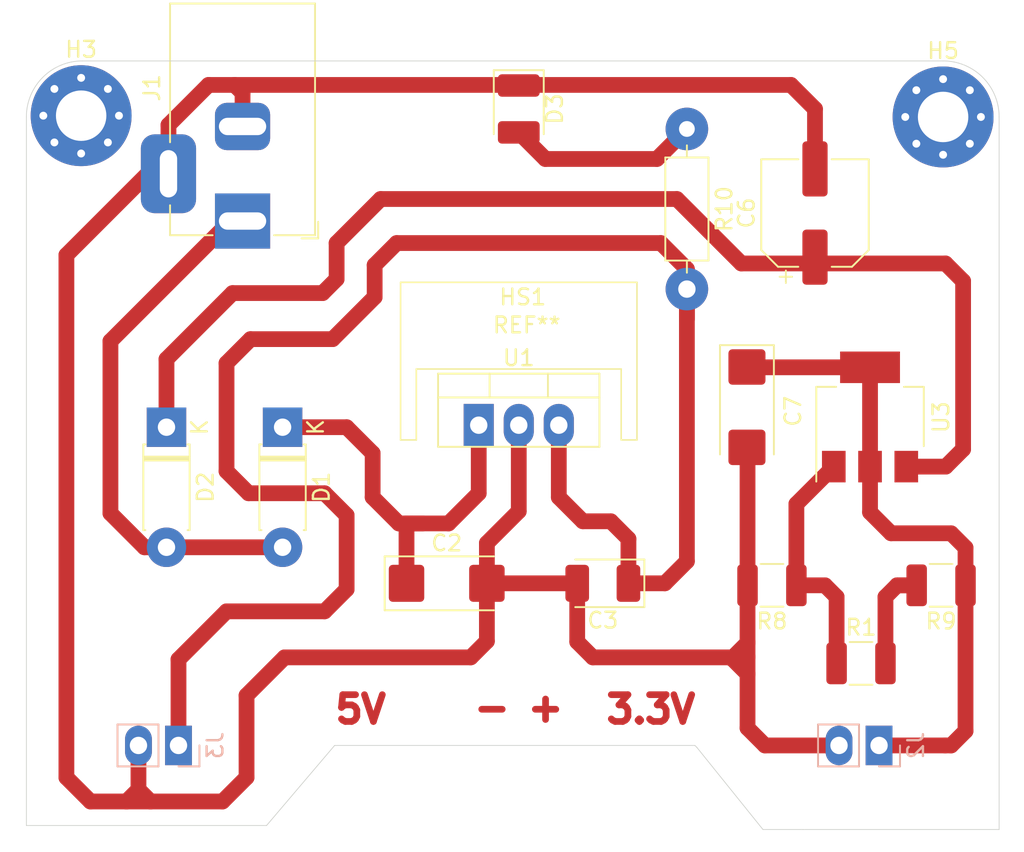
<source format=kicad_pcb>
(kicad_pcb (version 20171130) (host pcbnew "(5.1.10)-1")

  (general
    (thickness 1.6)
    (drawings 15)
    (tracks 133)
    (zones 0)
    (modules 19)
    (nets 10)
  )

  (page A4)
  (layers
    (0 F.Cu signal)
    (31 B.Cu signal)
    (32 B.Adhes user)
    (33 F.Adhes user)
    (34 B.Paste user)
    (35 F.Paste user)
    (36 B.SilkS user)
    (37 F.SilkS user)
    (38 B.Mask user)
    (39 F.Mask user)
    (40 Dwgs.User user)
    (41 Cmts.User user)
    (42 Eco1.User user)
    (43 Eco2.User user)
    (44 Edge.Cuts user)
    (45 Margin user)
    (46 B.CrtYd user)
    (47 F.CrtYd user)
    (48 B.Fab user)
    (49 F.Fab user)
  )

  (setup
    (last_trace_width 1)
    (user_trace_width 1)
    (user_trace_width 1.4)
    (trace_clearance 0.2)
    (zone_clearance 0.508)
    (zone_45_only no)
    (trace_min 0.2)
    (via_size 0.8)
    (via_drill 0.4)
    (via_min_size 0.4)
    (via_min_drill 0.3)
    (uvia_size 0.3)
    (uvia_drill 0.1)
    (uvias_allowed no)
    (uvia_min_size 0.2)
    (uvia_min_drill 0.1)
    (edge_width 0.05)
    (segment_width 0.2)
    (pcb_text_width 0.3)
    (pcb_text_size 1.5 1.5)
    (mod_edge_width 0.12)
    (mod_text_size 1 1)
    (mod_text_width 0.15)
    (pad_size 5 3.5)
    (pad_drill 3)
    (pad_to_mask_clearance 0)
    (aux_axis_origin 0 0)
    (visible_elements 7FFFFFFF)
    (pcbplotparams
      (layerselection 0x010fc_ffffffff)
      (usegerberextensions false)
      (usegerberattributes true)
      (usegerberadvancedattributes true)
      (creategerberjobfile true)
      (excludeedgelayer false)
      (linewidth 0.100000)
      (plotframeref false)
      (viasonmask false)
      (mode 1)
      (useauxorigin false)
      (hpglpennumber 1)
      (hpglpenspeed 20)
      (hpglpendiameter 15.000000)
      (psnegative false)
      (psa4output false)
      (plotreference true)
      (plotvalue true)
      (plotinvisibletext false)
      (padsonsilk false)
      (subtractmaskfromsilk false)
      (outputformat 4)
      (mirror true)
      (drillshape 2)
      (scaleselection 1)
      (outputdirectory "PDF/"))
  )

  (net 0 "")
  (net 1 GND)
  (net 2 "Net-(C2-Pad1)")
  (net 3 +5V)
  (net 4 "Net-(C6-Pad1)")
  (net 5 +3V3)
  (net 6 +12V)
  (net 7 "Net-(D3-Pad2)")
  (net 8 "Net-(R1-Pad2)")
  (net 9 "Net-(R1-Pad1)")

  (net_class Default "This is the default net class."
    (clearance 0.2)
    (trace_width 0.25)
    (via_dia 0.8)
    (via_drill 0.4)
    (uvia_dia 0.3)
    (uvia_drill 0.1)
    (add_net +12V)
    (add_net +3V3)
    (add_net +5V)
    (add_net GND)
    (add_net "Net-(C2-Pad1)")
    (add_net "Net-(C6-Pad1)")
    (add_net "Net-(D3-Pad2)")
    (add_net "Net-(R1-Pad1)")
    (add_net "Net-(R1-Pad2)")
  )

  (module Capacitor_SMD:CP_Elec_6.3x5.2 (layer F.Cu) (tedit 5BCA39D0) (tstamp 62731460)
    (at 160.02 66.04 90)
    (descr "SMD capacitor, aluminum electrolytic, United Chemi-Con, 6.3x5.2mm")
    (tags "capacitor electrolytic")
    (path /6211C202)
    (attr smd)
    (fp_text reference C6 (at 0 -4.35 90) (layer F.SilkS)
      (effects (font (size 1 1) (thickness 0.15)))
    )
    (fp_text value 33uF (at 0 4.35 90) (layer F.Fab)
      (effects (font (size 1 1) (thickness 0.15)))
    )
    (fp_text user %R (at 0 0 90) (layer F.Fab)
      (effects (font (size 1 1) (thickness 0.15)))
    )
    (fp_circle (center 0 0) (end 3.15 0) (layer F.Fab) (width 0.1))
    (fp_line (start 3.3 -3.3) (end 3.3 3.3) (layer F.Fab) (width 0.1))
    (fp_line (start -2.3 -3.3) (end 3.3 -3.3) (layer F.Fab) (width 0.1))
    (fp_line (start -2.3 3.3) (end 3.3 3.3) (layer F.Fab) (width 0.1))
    (fp_line (start -3.3 -2.3) (end -3.3 2.3) (layer F.Fab) (width 0.1))
    (fp_line (start -3.3 -2.3) (end -2.3 -3.3) (layer F.Fab) (width 0.1))
    (fp_line (start -3.3 2.3) (end -2.3 3.3) (layer F.Fab) (width 0.1))
    (fp_line (start -2.704838 -1.33) (end -2.074838 -1.33) (layer F.Fab) (width 0.1))
    (fp_line (start -2.389838 -1.645) (end -2.389838 -1.015) (layer F.Fab) (width 0.1))
    (fp_line (start 3.41 3.41) (end 3.41 1.06) (layer F.SilkS) (width 0.12))
    (fp_line (start 3.41 -3.41) (end 3.41 -1.06) (layer F.SilkS) (width 0.12))
    (fp_line (start -2.345563 -3.41) (end 3.41 -3.41) (layer F.SilkS) (width 0.12))
    (fp_line (start -2.345563 3.41) (end 3.41 3.41) (layer F.SilkS) (width 0.12))
    (fp_line (start -3.41 2.345563) (end -3.41 1.06) (layer F.SilkS) (width 0.12))
    (fp_line (start -3.41 -2.345563) (end -3.41 -1.06) (layer F.SilkS) (width 0.12))
    (fp_line (start -3.41 -2.345563) (end -2.345563 -3.41) (layer F.SilkS) (width 0.12))
    (fp_line (start -3.41 2.345563) (end -2.345563 3.41) (layer F.SilkS) (width 0.12))
    (fp_line (start -4.4375 -1.8475) (end -3.65 -1.8475) (layer F.SilkS) (width 0.12))
    (fp_line (start -4.04375 -2.24125) (end -4.04375 -1.45375) (layer F.SilkS) (width 0.12))
    (fp_line (start 3.55 -3.55) (end 3.55 -1.05) (layer F.CrtYd) (width 0.05))
    (fp_line (start 3.55 -1.05) (end 4.8 -1.05) (layer F.CrtYd) (width 0.05))
    (fp_line (start 4.8 -1.05) (end 4.8 1.05) (layer F.CrtYd) (width 0.05))
    (fp_line (start 4.8 1.05) (end 3.55 1.05) (layer F.CrtYd) (width 0.05))
    (fp_line (start 3.55 1.05) (end 3.55 3.55) (layer F.CrtYd) (width 0.05))
    (fp_line (start -2.4 3.55) (end 3.55 3.55) (layer F.CrtYd) (width 0.05))
    (fp_line (start -2.4 -3.55) (end 3.55 -3.55) (layer F.CrtYd) (width 0.05))
    (fp_line (start -3.55 2.4) (end -2.4 3.55) (layer F.CrtYd) (width 0.05))
    (fp_line (start -3.55 -2.4) (end -2.4 -3.55) (layer F.CrtYd) (width 0.05))
    (fp_line (start -3.55 -2.4) (end -3.55 -1.05) (layer F.CrtYd) (width 0.05))
    (fp_line (start -3.55 1.05) (end -3.55 2.4) (layer F.CrtYd) (width 0.05))
    (fp_line (start -3.55 -1.05) (end -4.8 -1.05) (layer F.CrtYd) (width 0.05))
    (fp_line (start -4.8 -1.05) (end -4.8 1.05) (layer F.CrtYd) (width 0.05))
    (fp_line (start -4.8 1.05) (end -3.55 1.05) (layer F.CrtYd) (width 0.05))
    (pad 2 smd roundrect (at 2.8 0 90) (size 3.5 1.6) (layers F.Cu F.Paste F.Mask) (roundrect_rratio 0.15625)
      (net 1 GND))
    (pad 1 smd roundrect (at -2.8 0 90) (size 3.5 1.6) (layers F.Cu F.Paste F.Mask) (roundrect_rratio 0.15625)
      (net 4 "Net-(C6-Pad1)"))
    (model ${KISYS3DMOD}/Capacitor_SMD.3dshapes/CP_Elec_6.3x5.2.wrl
      (at (xyz 0 0 0))
      (scale (xyz 1 1 1))
      (rotate (xyz 0 0 0))
    )
  )

  (module Connector_BarrelJack:BarrelJack_Horizontal (layer F.Cu) (tedit 62AF10B6) (tstamp 62732A6A)
    (at 123.698 66.548 270)
    (descr "DC Barrel Jack")
    (tags "Power Jack")
    (path /62767197)
    (fp_text reference J1 (at -8.45 5.75 90) (layer F.SilkS)
      (effects (font (size 1 1) (thickness 0.15)))
    )
    (fp_text value Barrel_Jack_Switch (at -6.2 -5.5 90) (layer F.Fab)
      (effects (font (size 1 1) (thickness 0.15)))
    )
    (fp_line (start 0 -4.5) (end -13.7 -4.5) (layer F.Fab) (width 0.1))
    (fp_line (start 0.8 4.5) (end 0.8 -3.75) (layer F.Fab) (width 0.1))
    (fp_line (start -13.7 4.5) (end 0.8 4.5) (layer F.Fab) (width 0.1))
    (fp_line (start -13.7 -4.5) (end -13.7 4.5) (layer F.Fab) (width 0.1))
    (fp_line (start -10.2 -4.5) (end -10.2 4.5) (layer F.Fab) (width 0.1))
    (fp_line (start 0.9 -4.6) (end 0.9 -2) (layer F.SilkS) (width 0.12))
    (fp_line (start -13.8 -4.6) (end 0.9 -4.6) (layer F.SilkS) (width 0.12))
    (fp_line (start 0.9 4.6) (end -1 4.6) (layer F.SilkS) (width 0.12))
    (fp_line (start 0.9 1.9) (end 0.9 4.6) (layer F.SilkS) (width 0.12))
    (fp_line (start -13.8 4.6) (end -13.8 -4.6) (layer F.SilkS) (width 0.12))
    (fp_line (start -5 4.6) (end -13.8 4.6) (layer F.SilkS) (width 0.12))
    (fp_line (start -14 4.75) (end -14 -4.75) (layer F.CrtYd) (width 0.05))
    (fp_line (start -5 4.75) (end -14 4.75) (layer F.CrtYd) (width 0.05))
    (fp_line (start -5 6.75) (end -5 4.75) (layer F.CrtYd) (width 0.05))
    (fp_line (start -1 6.75) (end -5 6.75) (layer F.CrtYd) (width 0.05))
    (fp_line (start -1 4.75) (end -1 6.75) (layer F.CrtYd) (width 0.05))
    (fp_line (start 1 4.75) (end -1 4.75) (layer F.CrtYd) (width 0.05))
    (fp_line (start 1 2) (end 1 4.75) (layer F.CrtYd) (width 0.05))
    (fp_line (start 2 2) (end 1 2) (layer F.CrtYd) (width 0.05))
    (fp_line (start 2 -2) (end 2 2) (layer F.CrtYd) (width 0.05))
    (fp_line (start 1 -2) (end 2 -2) (layer F.CrtYd) (width 0.05))
    (fp_line (start 1 -4.5) (end 1 -2) (layer F.CrtYd) (width 0.05))
    (fp_line (start 1 -4.75) (end -14 -4.75) (layer F.CrtYd) (width 0.05))
    (fp_line (start 1 -4.5) (end 1 -4.75) (layer F.CrtYd) (width 0.05))
    (fp_line (start 0.05 -4.8) (end 1.1 -4.8) (layer F.SilkS) (width 0.12))
    (fp_line (start 1.1 -3.75) (end 1.1 -4.8) (layer F.SilkS) (width 0.12))
    (fp_line (start -0.003213 -4.505425) (end 0.8 -3.75) (layer F.Fab) (width 0.1))
    (fp_text user %R (at -3 -2.95 90) (layer F.Fab)
      (effects (font (size 1 1) (thickness 0.15)))
    )
    (pad 3 thru_hole roundrect (at -3 4.7 270) (size 5 3.5) (drill oval 3 1.1) (layers *.Cu *.Mask) (roundrect_rratio 0.25)
      (net 1 GND))
    (pad 2 thru_hole roundrect (at -6 0 270) (size 3 3.5) (drill oval 1.1 3) (layers *.Cu *.Mask) (roundrect_rratio 0.25)
      (net 1 GND))
    (pad 1 thru_hole rect (at 0 0 270) (size 3.5 3.5) (drill oval 1.1 3) (layers *.Cu *.Mask)
      (net 6 +12V))
    (model "${KIPRJMOD}/3D/Power Barrel Connector Jack 694106301002.stp"
      (at (xyz 0 0 0))
      (scale (xyz 1 1 1))
      (rotate (xyz 0 0 90))
    )
  )

  (module Diode_THT:D_DO-41_SOD81_P7.62mm_Horizontal (layer F.Cu) (tedit 62AEF8E0) (tstamp 627314B1)
    (at 118.872 79.629 270)
    (descr "Diode, DO-41_SOD81 series, Axial, Horizontal, pin pitch=7.62mm, , length*diameter=5.2*2.7mm^2, , http://www.diodes.com/_files/packages/DO-41%20(Plastic).pdf")
    (tags "Diode DO-41_SOD81 series Axial Horizontal pin pitch 7.62mm  length 5.2mm diameter 2.7mm")
    (path /6211847F)
    (fp_text reference D2 (at 3.81 -2.47 90) (layer F.SilkS)
      (effects (font (size 1 1) (thickness 0.15)))
    )
    (fp_text value 1N4001 (at 3.81 2.47 90) (layer F.Fab)
      (effects (font (size 1 1) (thickness 0.15)))
    )
    (fp_line (start 1.21 -1.35) (end 1.21 1.35) (layer F.Fab) (width 0.1))
    (fp_line (start 1.21 1.35) (end 6.41 1.35) (layer F.Fab) (width 0.1))
    (fp_line (start 6.41 1.35) (end 6.41 -1.35) (layer F.Fab) (width 0.1))
    (fp_line (start 6.41 -1.35) (end 1.21 -1.35) (layer F.Fab) (width 0.1))
    (fp_line (start 0 0) (end 1.21 0) (layer F.Fab) (width 0.1))
    (fp_line (start 7.62 0) (end 6.41 0) (layer F.Fab) (width 0.1))
    (fp_line (start 1.99 -1.35) (end 1.99 1.35) (layer F.Fab) (width 0.1))
    (fp_line (start 2.09 -1.35) (end 2.09 1.35) (layer F.Fab) (width 0.1))
    (fp_line (start 1.89 -1.35) (end 1.89 1.35) (layer F.Fab) (width 0.1))
    (fp_line (start 1.09 -1.34) (end 1.09 -1.47) (layer F.SilkS) (width 0.12))
    (fp_line (start 1.09 -1.47) (end 6.53 -1.47) (layer F.SilkS) (width 0.12))
    (fp_line (start 6.53 -1.47) (end 6.53 -1.34) (layer F.SilkS) (width 0.12))
    (fp_line (start 1.09 1.34) (end 1.09 1.47) (layer F.SilkS) (width 0.12))
    (fp_line (start 1.09 1.47) (end 6.53 1.47) (layer F.SilkS) (width 0.12))
    (fp_line (start 6.53 1.47) (end 6.53 1.34) (layer F.SilkS) (width 0.12))
    (fp_line (start 1.99 -1.47) (end 1.99 1.47) (layer F.SilkS) (width 0.12))
    (fp_line (start 2.11 -1.47) (end 2.11 1.47) (layer F.SilkS) (width 0.12))
    (fp_line (start 1.87 -1.47) (end 1.87 1.47) (layer F.SilkS) (width 0.12))
    (fp_line (start -1.35 -1.6) (end -1.35 1.6) (layer F.CrtYd) (width 0.05))
    (fp_line (start -1.35 1.6) (end 8.97 1.6) (layer F.CrtYd) (width 0.05))
    (fp_line (start 8.97 1.6) (end 8.97 -1.6) (layer F.CrtYd) (width 0.05))
    (fp_line (start 8.97 -1.6) (end -1.35 -1.6) (layer F.CrtYd) (width 0.05))
    (fp_text user K (at 0 -2.1 90) (layer F.SilkS)
      (effects (font (size 1 1) (thickness 0.15)))
    )
    (fp_text user K (at 0 -2.1 90) (layer F.Fab)
      (effects (font (size 1 1) (thickness 0.15)))
    )
    (fp_text user %R (at 4.2 0 90) (layer F.Fab)
      (effects (font (size 1 1) (thickness 0.15)))
    )
    (pad 2 thru_hole oval (at 7.62 0 270) (size 2.5 2.5) (drill 1.1) (layers *.Cu *.Mask)
      (net 6 +12V))
    (pad 1 thru_hole rect (at 0 0 270) (size 2.5 2.5) (drill 1.1) (layers *.Cu *.Mask)
      (net 4 "Net-(C6-Pad1)"))
    (model ${KISYS3DMOD}/Diode_THT.3dshapes/D_DO-41_SOD81_P7.62mm_Horizontal.wrl
      (at (xyz 0 0 0))
      (scale (xyz 1 1 1))
      (rotate (xyz 0 0 0))
    )
  )

  (module Diode_THT:D_DO-41_SOD81_P7.62mm_Horizontal (layer F.Cu) (tedit 62AEF8F3) (tstamp 62731492)
    (at 126.238 79.629 270)
    (descr "Diode, DO-41_SOD81 series, Axial, Horizontal, pin pitch=7.62mm, , length*diameter=5.2*2.7mm^2, , http://www.diodes.com/_files/packages/DO-41%20(Plastic).pdf")
    (tags "Diode DO-41_SOD81 series Axial Horizontal pin pitch 7.62mm  length 5.2mm diameter 2.7mm")
    (path /62117B0F)
    (fp_text reference D1 (at 3.81 -2.47 90) (layer F.SilkS)
      (effects (font (size 1 1) (thickness 0.15)))
    )
    (fp_text value 1N4001 (at 3.81 2.47 90) (layer F.Fab)
      (effects (font (size 1 1) (thickness 0.15)))
    )
    (fp_line (start 1.21 -1.35) (end 1.21 1.35) (layer F.Fab) (width 0.1))
    (fp_line (start 1.21 1.35) (end 6.41 1.35) (layer F.Fab) (width 0.1))
    (fp_line (start 6.41 1.35) (end 6.41 -1.35) (layer F.Fab) (width 0.1))
    (fp_line (start 6.41 -1.35) (end 1.21 -1.35) (layer F.Fab) (width 0.1))
    (fp_line (start 0 0) (end 1.21 0) (layer F.Fab) (width 0.1))
    (fp_line (start 7.62 0) (end 6.41 0) (layer F.Fab) (width 0.1))
    (fp_line (start 1.99 -1.35) (end 1.99 1.35) (layer F.Fab) (width 0.1))
    (fp_line (start 2.09 -1.35) (end 2.09 1.35) (layer F.Fab) (width 0.1))
    (fp_line (start 1.89 -1.35) (end 1.89 1.35) (layer F.Fab) (width 0.1))
    (fp_line (start 1.09 -1.34) (end 1.09 -1.47) (layer F.SilkS) (width 0.12))
    (fp_line (start 1.09 -1.47) (end 6.53 -1.47) (layer F.SilkS) (width 0.12))
    (fp_line (start 6.53 -1.47) (end 6.53 -1.34) (layer F.SilkS) (width 0.12))
    (fp_line (start 1.09 1.34) (end 1.09 1.47) (layer F.SilkS) (width 0.12))
    (fp_line (start 1.09 1.47) (end 6.53 1.47) (layer F.SilkS) (width 0.12))
    (fp_line (start 6.53 1.47) (end 6.53 1.34) (layer F.SilkS) (width 0.12))
    (fp_line (start 1.99 -1.47) (end 1.99 1.47) (layer F.SilkS) (width 0.12))
    (fp_line (start 2.11 -1.47) (end 2.11 1.47) (layer F.SilkS) (width 0.12))
    (fp_line (start 1.87 -1.47) (end 1.87 1.47) (layer F.SilkS) (width 0.12))
    (fp_line (start -1.35 -1.6) (end -1.35 1.6) (layer F.CrtYd) (width 0.05))
    (fp_line (start -1.35 1.6) (end 8.97 1.6) (layer F.CrtYd) (width 0.05))
    (fp_line (start 8.97 1.6) (end 8.97 -1.6) (layer F.CrtYd) (width 0.05))
    (fp_line (start 8.97 -1.6) (end -1.35 -1.6) (layer F.CrtYd) (width 0.05))
    (fp_text user K (at 0 -2.1 90) (layer F.SilkS)
      (effects (font (size 1 1) (thickness 0.15)))
    )
    (fp_text user K (at 0 -2.1 90) (layer F.Fab)
      (effects (font (size 1 1) (thickness 0.15)))
    )
    (fp_text user %R (at 4.2 0 90) (layer F.Fab)
      (effects (font (size 1 1) (thickness 0.15)))
    )
    (pad 2 thru_hole oval (at 7.62 0 270) (size 2.5 2.5) (drill 1.1) (layers *.Cu *.Mask)
      (net 6 +12V))
    (pad 1 thru_hole rect (at 0 0 270) (size 2.5 2.5) (drill 1.1) (layers *.Cu *.Mask)
      (net 2 "Net-(C2-Pad1)"))
    (model ${KISYS3DMOD}/Diode_THT.3dshapes/D_DO-41_SOD81_P7.62mm_Horizontal.wrl
      (at (xyz 0 0 0))
      (scale (xyz 1 1 1))
      (rotate (xyz 0 0 0))
    )
  )

  (module LED_SMD:LED_1210_3225Metric_Pad1.42x2.65mm_HandSolder (layer F.Cu) (tedit 5F68FEF1) (tstamp 627314C3)
    (at 141.224 59.436 270)
    (descr "LED SMD 1210 (3225 Metric), square (rectangular) end terminal, IPC_7351 nominal, (Body size source: http://www.tortai-tech.com/upload/download/2011102023233369053.pdf), generated with kicad-footprint-generator")
    (tags "LED handsolder")
    (path /6216003E)
    (attr smd)
    (fp_text reference D3 (at 0 -2.28 90) (layer F.SilkS)
      (effects (font (size 1 1) (thickness 0.15)))
    )
    (fp_text value LED (at 0 2.28 90) (layer F.Fab)
      (effects (font (size 1 1) (thickness 0.15)))
    )
    (fp_line (start 1.6 -1.25) (end -0.975 -1.25) (layer F.Fab) (width 0.1))
    (fp_line (start -0.975 -1.25) (end -1.6 -0.625) (layer F.Fab) (width 0.1))
    (fp_line (start -1.6 -0.625) (end -1.6 1.25) (layer F.Fab) (width 0.1))
    (fp_line (start -1.6 1.25) (end 1.6 1.25) (layer F.Fab) (width 0.1))
    (fp_line (start 1.6 1.25) (end 1.6 -1.25) (layer F.Fab) (width 0.1))
    (fp_line (start 1.6 -1.585) (end -2.46 -1.585) (layer F.SilkS) (width 0.12))
    (fp_line (start -2.46 -1.585) (end -2.46 1.585) (layer F.SilkS) (width 0.12))
    (fp_line (start -2.46 1.585) (end 1.6 1.585) (layer F.SilkS) (width 0.12))
    (fp_line (start -2.45 1.58) (end -2.45 -1.58) (layer F.CrtYd) (width 0.05))
    (fp_line (start -2.45 -1.58) (end 2.45 -1.58) (layer F.CrtYd) (width 0.05))
    (fp_line (start 2.45 -1.58) (end 2.45 1.58) (layer F.CrtYd) (width 0.05))
    (fp_line (start 2.45 1.58) (end -2.45 1.58) (layer F.CrtYd) (width 0.05))
    (fp_text user %R (at 0 0 90) (layer F.Fab)
      (effects (font (size 0.8 0.8) (thickness 0.12)))
    )
    (pad 2 smd roundrect (at 1.4875 0 270) (size 1.425 2.65) (layers F.Cu F.Paste F.Mask) (roundrect_rratio 0.1754385964912281)
      (net 7 "Net-(D3-Pad2)"))
    (pad 1 smd roundrect (at -1.4875 0 270) (size 1.425 2.65) (layers F.Cu F.Paste F.Mask) (roundrect_rratio 0.1754385964912281)
      (net 1 GND))
    (model ${KISYS3DMOD}/LED_SMD.3dshapes/LED_1210_3225Metric.wrl
      (at (xyz 0 0 0))
      (scale (xyz 1 1 1))
      (rotate (xyz 0 0 0))
    )
  )

  (module Resistor_SMD:R_1210_3225Metric_Pad1.30x2.65mm_HandSolder (layer F.Cu) (tedit 5F68FEEE) (tstamp 62AEE31C)
    (at 162.941 94.615)
    (descr "Resistor SMD 1210 (3225 Metric), square (rectangular) end terminal, IPC_7351 nominal with elongated pad for handsoldering. (Body size source: IPC-SM-782 page 72, https://www.pcb-3d.com/wordpress/wp-content/uploads/ipc-sm-782a_amendment_1_and_2.pdf), generated with kicad-footprint-generator")
    (tags "resistor handsolder")
    (path /62AF0D25)
    (attr smd)
    (fp_text reference R1 (at 0 -2.28) (layer F.SilkS)
      (effects (font (size 1 1) (thickness 0.15)))
    )
    (fp_text value 100 (at 0 2.28) (layer F.Fab)
      (effects (font (size 1 1) (thickness 0.15)))
    )
    (fp_line (start -1.6 1.245) (end -1.6 -1.245) (layer F.Fab) (width 0.1))
    (fp_line (start -1.6 -1.245) (end 1.6 -1.245) (layer F.Fab) (width 0.1))
    (fp_line (start 1.6 -1.245) (end 1.6 1.245) (layer F.Fab) (width 0.1))
    (fp_line (start 1.6 1.245) (end -1.6 1.245) (layer F.Fab) (width 0.1))
    (fp_line (start -0.723737 -1.355) (end 0.723737 -1.355) (layer F.SilkS) (width 0.12))
    (fp_line (start -0.723737 1.355) (end 0.723737 1.355) (layer F.SilkS) (width 0.12))
    (fp_line (start -2.45 1.58) (end -2.45 -1.58) (layer F.CrtYd) (width 0.05))
    (fp_line (start -2.45 -1.58) (end 2.45 -1.58) (layer F.CrtYd) (width 0.05))
    (fp_line (start 2.45 -1.58) (end 2.45 1.58) (layer F.CrtYd) (width 0.05))
    (fp_line (start 2.45 1.58) (end -2.45 1.58) (layer F.CrtYd) (width 0.05))
    (fp_text user %R (at 0 0) (layer F.Fab)
      (effects (font (size 0.8 0.8) (thickness 0.12)))
    )
    (pad 2 smd roundrect (at 1.55 0) (size 1.3 2.65) (layers F.Cu F.Paste F.Mask) (roundrect_rratio 0.1923069230769231)
      (net 8 "Net-(R1-Pad2)"))
    (pad 1 smd roundrect (at -1.55 0) (size 1.3 2.65) (layers F.Cu F.Paste F.Mask) (roundrect_rratio 0.1923069230769231)
      (net 9 "Net-(R1-Pad1)"))
    (model ${KISYS3DMOD}/Resistor_SMD.3dshapes/R_1210_3225Metric.wrl
      (at (xyz 0 0 0))
      (scale (xyz 1 1 1))
      (rotate (xyz 0 0 0))
    )
  )

  (module TO_SOT_Packages_THT:Heatsink_TO220 (layer F.Cu) (tedit 62AE27E6) (tstamp 62AE305B)
    (at 141.224 75.438)
    (path /62AE3852)
    (fp_text reference HS1 (at 0.254 -4.064) (layer F.SilkS)
      (effects (font (size 1 1) (thickness 0.15)))
    )
    (fp_text value Heatsink (at 0 -6.223) (layer F.Fab)
      (effects (font (size 1 1) (thickness 0.15)))
    )
    (fp_line (start -6.5 0.5) (end 6.5 0.5) (layer F.SilkS) (width 0.1))
    (fp_line (start -6.5 5) (end -6.5 0.5) (layer F.SilkS) (width 0.1))
    (fp_line (start 6.5 5) (end 6.5 0.5) (layer F.SilkS) (width 0.1))
    (fp_line (start 7.5 5) (end 6.5 5) (layer F.SilkS) (width 0.1))
    (fp_line (start -7.5 5) (end -6.5 5) (layer F.SilkS) (width 0.1))
    (fp_line (start 7.5 5) (end 7.5 -5) (layer F.SilkS) (width 0.1))
    (fp_line (start -7.5 5) (end -7.5 -5) (layer F.SilkS) (width 0.1))
    (fp_line (start 7.5 -5) (end -7.5 -5) (layer F.SilkS) (width 0.1))
    (fp_line (start -6.5 0.5) (end 6.5 0.5) (layer F.Fab) (width 0.1))
    (fp_line (start 6.5 5) (end 6.5 0.5) (layer F.Fab) (width 0.1))
    (fp_line (start -6.5 5) (end -6.5 0.5) (layer F.Fab) (width 0.1))
    (fp_line (start -7.5 5) (end -6.5 5) (layer F.Fab) (width 0.1))
    (fp_line (start 7.5 5) (end 6.5 5) (layer F.Fab) (width 0.1))
    (fp_line (start -7.5 5) (end -7.5 -5) (layer F.Fab) (width 0.1))
    (fp_line (start 7.5 -5) (end -7.5 -5) (layer F.Fab) (width 0.1))
    (fp_line (start 7.5 5) (end 7.5 -5) (layer F.Fab) (width 0.1))
    (fp_text user REF** (at 0.508 -2.286) (layer F.SilkS)
      (effects (font (size 1 1) (thickness 0.15)))
    )
    (fp_text user Heatsink_TO220 (at 0 -0.5) (layer F.Fab)
      (effects (font (size 1 1) (thickness 0.15)))
    )
    (model ${KIPRJMOD}/3D/Heatsink-15mmX10mmX25mm.stp
      (offset (xyz -1.5 0 0))
      (scale (xyz 1 1 1))
      (rotate (xyz 0 0 0))
    )
  )

  (module Package_TO_SOT_THT:TO-220-3_Vertical (layer F.Cu) (tedit 62AEF311) (tstamp 627315AA)
    (at 138.684 79.502)
    (descr "TO-220-3, Vertical, RM 2.54mm, see https://www.vishay.com/docs/66542/to-220-1.pdf")
    (tags "TO-220-3 Vertical RM 2.54mm")
    (path /6211626A)
    (fp_text reference U1 (at 2.54 -4.27) (layer F.SilkS)
      (effects (font (size 1 1) (thickness 0.15)))
    )
    (fp_text value LM7805_TO220 (at 2.54 2.5) (layer F.Fab)
      (effects (font (size 1 1) (thickness 0.15)))
    )
    (fp_line (start -2.46 -3.15) (end -2.46 1.25) (layer F.Fab) (width 0.1))
    (fp_line (start -2.46 1.25) (end 7.54 1.25) (layer F.Fab) (width 0.1))
    (fp_line (start 7.54 1.25) (end 7.54 -3.15) (layer F.Fab) (width 0.1))
    (fp_line (start 7.54 -3.15) (end -2.46 -3.15) (layer F.Fab) (width 0.1))
    (fp_line (start -2.46 -1.88) (end 7.54 -1.88) (layer F.Fab) (width 0.1))
    (fp_line (start 0.69 -3.15) (end 0.69 -1.88) (layer F.Fab) (width 0.1))
    (fp_line (start 4.39 -3.15) (end 4.39 -1.88) (layer F.Fab) (width 0.1))
    (fp_line (start -2.58 -3.27) (end 7.66 -3.27) (layer F.SilkS) (width 0.12))
    (fp_line (start -2.58 1.371) (end 7.66 1.371) (layer F.SilkS) (width 0.12))
    (fp_line (start -2.58 -3.27) (end -2.58 1.371) (layer F.SilkS) (width 0.12))
    (fp_line (start 7.66 -3.27) (end 7.66 1.371) (layer F.SilkS) (width 0.12))
    (fp_line (start -2.58 -1.76) (end 7.66 -1.76) (layer F.SilkS) (width 0.12))
    (fp_line (start 0.69 -3.27) (end 0.69 -1.76) (layer F.SilkS) (width 0.12))
    (fp_line (start 4.391 -3.27) (end 4.391 -1.76) (layer F.SilkS) (width 0.12))
    (fp_line (start -2.71 -3.4) (end -2.71 1.51) (layer F.CrtYd) (width 0.05))
    (fp_line (start -2.71 1.51) (end 7.79 1.51) (layer F.CrtYd) (width 0.05))
    (fp_line (start 7.79 1.51) (end 7.79 -3.4) (layer F.CrtYd) (width 0.05))
    (fp_line (start 7.79 -3.4) (end -2.71 -3.4) (layer F.CrtYd) (width 0.05))
    (fp_text user %R (at 2.54 -4.27) (layer F.Fab)
      (effects (font (size 1 1) (thickness 0.15)))
    )
    (pad 3 thru_hole oval (at 5.08 0) (size 1.905 2.7) (drill 1.1) (layers *.Cu *.Mask)
      (net 3 +5V))
    (pad 2 thru_hole oval (at 2.54 0) (size 1.905 2.7) (drill 1.1) (layers *.Cu *.Mask)
      (net 1 GND))
    (pad 1 thru_hole rect (at 0 0) (size 1.905 2.7) (drill 1.1) (layers *.Cu *.Mask)
      (net 2 "Net-(C2-Pad1)"))
    (model ${KISYS3DMOD}/Package_TO_SOT_THT.3dshapes/TO-220-3_Vertical.wrl
      (at (xyz 0 0 0))
      (scale (xyz 1 1 1))
      (rotate (xyz 0 0 0))
    )
  )

  (module Package_TO_SOT_SMD:SOT-223-3_TabPin2 (layer F.Cu) (tedit 5A02FF57) (tstamp 627315C0)
    (at 163.5125 78.9795 90)
    (descr "module CMS SOT223 4 pins")
    (tags "CMS SOT")
    (path /6211748E)
    (attr smd)
    (fp_text reference U3 (at -0.0145 4.5085 90) (layer F.SilkS)
      (effects (font (size 1 1) (thickness 0.15)))
    )
    (fp_text value LM317_TO-220 (at 0 4.5 90) (layer F.Fab)
      (effects (font (size 1 1) (thickness 0.15)))
    )
    (fp_line (start 1.85 -3.35) (end 1.85 3.35) (layer F.Fab) (width 0.1))
    (fp_line (start -1.85 3.35) (end 1.85 3.35) (layer F.Fab) (width 0.1))
    (fp_line (start -4.1 -3.41) (end 1.91 -3.41) (layer F.SilkS) (width 0.12))
    (fp_line (start -0.85 -3.35) (end 1.85 -3.35) (layer F.Fab) (width 0.1))
    (fp_line (start -1.85 3.41) (end 1.91 3.41) (layer F.SilkS) (width 0.12))
    (fp_line (start -1.85 -2.35) (end -1.85 3.35) (layer F.Fab) (width 0.1))
    (fp_line (start -1.85 -2.35) (end -0.85 -3.35) (layer F.Fab) (width 0.1))
    (fp_line (start -4.4 -3.6) (end -4.4 3.6) (layer F.CrtYd) (width 0.05))
    (fp_line (start -4.4 3.6) (end 4.4 3.6) (layer F.CrtYd) (width 0.05))
    (fp_line (start 4.4 3.6) (end 4.4 -3.6) (layer F.CrtYd) (width 0.05))
    (fp_line (start 4.4 -3.6) (end -4.4 -3.6) (layer F.CrtYd) (width 0.05))
    (fp_line (start 1.91 -3.41) (end 1.91 -2.15) (layer F.SilkS) (width 0.12))
    (fp_line (start 1.91 3.41) (end 1.91 2.15) (layer F.SilkS) (width 0.12))
    (fp_text user %R (at 0 0) (layer F.Fab)
      (effects (font (size 0.8 0.8) (thickness 0.12)))
    )
    (pad 1 smd rect (at -3.15 -2.3 90) (size 2 1.5) (layers F.Cu F.Paste F.Mask)
      (net 9 "Net-(R1-Pad1)"))
    (pad 3 smd rect (at -3.15 2.3 90) (size 2 1.5) (layers F.Cu F.Paste F.Mask)
      (net 4 "Net-(C6-Pad1)"))
    (pad 2 smd rect (at -3.15 0 90) (size 2 1.5) (layers F.Cu F.Paste F.Mask)
      (net 5 +3V3))
    (pad 2 smd rect (at 3.15 0 90) (size 2 3.8) (layers F.Cu F.Paste F.Mask)
      (net 5 +3V3))
    (model ${KISYS3DMOD}/Package_TO_SOT_SMD.3dshapes/SOT-223.wrl
      (at (xyz 0 0 0))
      (scale (xyz 1 1 1))
      (rotate (xyz 0 0 0))
    )
  )

  (module Resistor_THT:R_Axial_DIN0207_L6.3mm_D2.5mm_P10.16mm_Horizontal (layer F.Cu) (tedit 62AEF36D) (tstamp 62731594)
    (at 151.892 60.706 270)
    (descr "Resistor, Axial_DIN0207 series, Axial, Horizontal, pin pitch=10.16mm, 0.25W = 1/4W, length*diameter=6.3*2.5mm^2, http://cdn-reichelt.de/documents/datenblatt/B400/1_4W%23YAG.pdf")
    (tags "Resistor Axial_DIN0207 series Axial Horizontal pin pitch 10.16mm 0.25W = 1/4W length 6.3mm diameter 2.5mm")
    (path /6214A897)
    (fp_text reference R10 (at 5.08 -2.37 90) (layer F.SilkS)
      (effects (font (size 1 1) (thickness 0.15)))
    )
    (fp_text value 220 (at 5.08 2.37 90) (layer F.Fab)
      (effects (font (size 1 1) (thickness 0.15)))
    )
    (fp_line (start 11.21 -1.5) (end -1.05 -1.5) (layer F.CrtYd) (width 0.05))
    (fp_line (start 11.21 1.5) (end 11.21 -1.5) (layer F.CrtYd) (width 0.05))
    (fp_line (start -1.05 1.5) (end 11.21 1.5) (layer F.CrtYd) (width 0.05))
    (fp_line (start -1.05 -1.5) (end -1.05 1.5) (layer F.CrtYd) (width 0.05))
    (fp_line (start 9.12 0) (end 8.35 0) (layer F.SilkS) (width 0.12))
    (fp_line (start 1.04 0) (end 1.81 0) (layer F.SilkS) (width 0.12))
    (fp_line (start 8.35 -1.37) (end 1.81 -1.37) (layer F.SilkS) (width 0.12))
    (fp_line (start 8.35 1.37) (end 8.35 -1.37) (layer F.SilkS) (width 0.12))
    (fp_line (start 1.81 1.37) (end 8.35 1.37) (layer F.SilkS) (width 0.12))
    (fp_line (start 1.81 -1.37) (end 1.81 1.37) (layer F.SilkS) (width 0.12))
    (fp_line (start 10.16 0) (end 8.23 0) (layer F.Fab) (width 0.1))
    (fp_line (start 0 0) (end 1.93 0) (layer F.Fab) (width 0.1))
    (fp_line (start 8.23 -1.25) (end 1.93 -1.25) (layer F.Fab) (width 0.1))
    (fp_line (start 8.23 1.25) (end 8.23 -1.25) (layer F.Fab) (width 0.1))
    (fp_line (start 1.93 1.25) (end 8.23 1.25) (layer F.Fab) (width 0.1))
    (fp_line (start 1.93 -1.25) (end 1.93 1.25) (layer F.Fab) (width 0.1))
    (fp_text user %R (at 5.08 0 90) (layer F.Fab)
      (effects (font (size 1 1) (thickness 0.15)))
    )
    (pad 2 thru_hole oval (at 10.16 0 270) (size 2.7 2.7) (drill 1.1) (layers *.Cu *.Mask)
      (net 3 +5V))
    (pad 1 thru_hole circle (at 0 0 270) (size 2.7 2.7) (drill 1) (layers *.Cu *.Mask)
      (net 7 "Net-(D3-Pad2)"))
    (model ${KISYS3DMOD}/Resistor_THT.3dshapes/R_Axial_DIN0207_L6.3mm_D2.5mm_P10.16mm_Horizontal.wrl
      (at (xyz 0 0 0))
      (scale (xyz 1 1 1))
      (rotate (xyz 0 0 0))
    )
  )

  (module Resistor_SMD:R_1210_3225Metric_Pad1.30x2.65mm_HandSolder (layer F.Cu) (tedit 5F68FEEE) (tstamp 6273157D)
    (at 168.021 89.662 180)
    (descr "Resistor SMD 1210 (3225 Metric), square (rectangular) end terminal, IPC_7351 nominal with elongated pad for handsoldering. (Body size source: IPC-SM-782 page 72, https://www.pcb-3d.com/wordpress/wp-content/uploads/ipc-sm-782a_amendment_1_and_2.pdf), generated with kicad-footprint-generator")
    (tags "resistor handsolder")
    (path /62123371)
    (attr smd)
    (fp_text reference R9 (at 0 -2.28) (layer F.SilkS)
      (effects (font (size 1 1) (thickness 0.15)))
    )
    (fp_text value 100 (at 0 2.28) (layer F.Fab)
      (effects (font (size 1 1) (thickness 0.15)))
    )
    (fp_line (start 2.45 1.58) (end -2.45 1.58) (layer F.CrtYd) (width 0.05))
    (fp_line (start 2.45 -1.58) (end 2.45 1.58) (layer F.CrtYd) (width 0.05))
    (fp_line (start -2.45 -1.58) (end 2.45 -1.58) (layer F.CrtYd) (width 0.05))
    (fp_line (start -2.45 1.58) (end -2.45 -1.58) (layer F.CrtYd) (width 0.05))
    (fp_line (start -0.723737 1.355) (end 0.723737 1.355) (layer F.SilkS) (width 0.12))
    (fp_line (start -0.723737 -1.355) (end 0.723737 -1.355) (layer F.SilkS) (width 0.12))
    (fp_line (start 1.6 1.245) (end -1.6 1.245) (layer F.Fab) (width 0.1))
    (fp_line (start 1.6 -1.245) (end 1.6 1.245) (layer F.Fab) (width 0.1))
    (fp_line (start -1.6 -1.245) (end 1.6 -1.245) (layer F.Fab) (width 0.1))
    (fp_line (start -1.6 1.245) (end -1.6 -1.245) (layer F.Fab) (width 0.1))
    (fp_text user %R (at 0 0) (layer F.Fab)
      (effects (font (size 0.8 0.8) (thickness 0.12)))
    )
    (pad 2 smd roundrect (at 1.55 0 180) (size 1.3 2.65) (layers F.Cu F.Paste F.Mask) (roundrect_rratio 0.1923069230769231)
      (net 8 "Net-(R1-Pad2)"))
    (pad 1 smd roundrect (at -1.55 0 180) (size 1.3 2.65) (layers F.Cu F.Paste F.Mask) (roundrect_rratio 0.1923069230769231)
      (net 5 +3V3))
    (model ${KISYS3DMOD}/Resistor_SMD.3dshapes/R_1210_3225Metric.wrl
      (at (xyz 0 0 0))
      (scale (xyz 1 1 1))
      (rotate (xyz 0 0 0))
    )
  )

  (module Resistor_SMD:R_1210_3225Metric_Pad1.30x2.65mm_HandSolder (layer F.Cu) (tedit 5F68FEEE) (tstamp 6273156C)
    (at 157.2895 89.662 180)
    (descr "Resistor SMD 1210 (3225 Metric), square (rectangular) end terminal, IPC_7351 nominal with elongated pad for handsoldering. (Body size source: IPC-SM-782 page 72, https://www.pcb-3d.com/wordpress/wp-content/uploads/ipc-sm-782a_amendment_1_and_2.pdf), generated with kicad-footprint-generator")
    (tags "resistor handsolder")
    (path /62123E21)
    (attr smd)
    (fp_text reference R8 (at 0 -2.28) (layer F.SilkS)
      (effects (font (size 1 1) (thickness 0.15)))
    )
    (fp_text value 330 (at 0 2.28) (layer F.Fab)
      (effects (font (size 1 1) (thickness 0.15)))
    )
    (fp_line (start 2.45 1.58) (end -2.45 1.58) (layer F.CrtYd) (width 0.05))
    (fp_line (start 2.45 -1.58) (end 2.45 1.58) (layer F.CrtYd) (width 0.05))
    (fp_line (start -2.45 -1.58) (end 2.45 -1.58) (layer F.CrtYd) (width 0.05))
    (fp_line (start -2.45 1.58) (end -2.45 -1.58) (layer F.CrtYd) (width 0.05))
    (fp_line (start -0.723737 1.355) (end 0.723737 1.355) (layer F.SilkS) (width 0.12))
    (fp_line (start -0.723737 -1.355) (end 0.723737 -1.355) (layer F.SilkS) (width 0.12))
    (fp_line (start 1.6 1.245) (end -1.6 1.245) (layer F.Fab) (width 0.1))
    (fp_line (start 1.6 -1.245) (end 1.6 1.245) (layer F.Fab) (width 0.1))
    (fp_line (start -1.6 -1.245) (end 1.6 -1.245) (layer F.Fab) (width 0.1))
    (fp_line (start -1.6 1.245) (end -1.6 -1.245) (layer F.Fab) (width 0.1))
    (fp_text user %R (at 0 0) (layer F.Fab)
      (effects (font (size 0.8 0.8) (thickness 0.12)))
    )
    (pad 2 smd roundrect (at 1.55 0 180) (size 1.3 2.65) (layers F.Cu F.Paste F.Mask) (roundrect_rratio 0.1923069230769231)
      (net 1 GND))
    (pad 1 smd roundrect (at -1.55 0 180) (size 1.3 2.65) (layers F.Cu F.Paste F.Mask) (roundrect_rratio 0.1923069230769231)
      (net 9 "Net-(R1-Pad1)"))
    (model ${KISYS3DMOD}/Resistor_SMD.3dshapes/R_1210_3225Metric.wrl
      (at (xyz 0 0 0))
      (scale (xyz 1 1 1))
      (rotate (xyz 0 0 0))
    )
  )

  (module Connector_PinHeader_2.54mm:PinHeader_1x02_P2.54mm_Vertical (layer B.Cu) (tedit 62AEF28E) (tstamp 6273155B)
    (at 119.634 99.822 90)
    (descr "Through hole straight pin header, 1x02, 2.54mm pitch, single row")
    (tags "Through hole pin header THT 1x02 2.54mm single row")
    (path /6275E6C7)
    (fp_text reference J3 (at 0 2.33 90) (layer B.SilkS)
      (effects (font (size 1 1) (thickness 0.15)) (justify mirror))
    )
    (fp_text value Conn_01x02_Male (at 0 -4.87 90) (layer B.Fab)
      (effects (font (size 1 1) (thickness 0.15)) (justify mirror))
    )
    (fp_line (start 1.8 1.8) (end -1.8 1.8) (layer B.CrtYd) (width 0.05))
    (fp_line (start 1.8 -4.35) (end 1.8 1.8) (layer B.CrtYd) (width 0.05))
    (fp_line (start -1.8 -4.35) (end 1.8 -4.35) (layer B.CrtYd) (width 0.05))
    (fp_line (start -1.8 1.8) (end -1.8 -4.35) (layer B.CrtYd) (width 0.05))
    (fp_line (start -1.33 1.33) (end 0 1.33) (layer B.SilkS) (width 0.12))
    (fp_line (start -1.33 0) (end -1.33 1.33) (layer B.SilkS) (width 0.12))
    (fp_line (start -1.33 -1.27) (end 1.33 -1.27) (layer B.SilkS) (width 0.12))
    (fp_line (start 1.33 -1.27) (end 1.33 -3.87) (layer B.SilkS) (width 0.12))
    (fp_line (start -1.33 -1.27) (end -1.33 -3.87) (layer B.SilkS) (width 0.12))
    (fp_line (start -1.33 -3.87) (end 1.33 -3.87) (layer B.SilkS) (width 0.12))
    (fp_line (start -1.27 0.635) (end -0.635 1.27) (layer B.Fab) (width 0.1))
    (fp_line (start -1.27 -3.81) (end -1.27 0.635) (layer B.Fab) (width 0.1))
    (fp_line (start 1.27 -3.81) (end -1.27 -3.81) (layer B.Fab) (width 0.1))
    (fp_line (start 1.27 1.27) (end 1.27 -3.81) (layer B.Fab) (width 0.1))
    (fp_line (start -0.635 1.27) (end 1.27 1.27) (layer B.Fab) (width 0.1))
    (fp_text user %R (at 0 -1.27 180) (layer B.Fab)
      (effects (font (size 1 1) (thickness 0.15)) (justify mirror))
    )
    (pad 2 thru_hole oval (at 0 -2.54 90) (size 2.5 1.7) (drill 1.1) (layers *.Cu *.Mask)
      (net 1 GND))
    (pad 1 thru_hole rect (at 0 0 90) (size 2.5 1.7) (drill 1.1) (layers *.Cu *.Mask)
      (net 3 +5V))
    (model ${KISYS3DMOD}/Connector_PinHeader_2.54mm.3dshapes/PinHeader_1x02_P2.54mm_Vertical.wrl
      (at (xyz 0 0 0))
      (scale (xyz 1 1 1))
      (rotate (xyz 0 0 0))
    )
  )

  (module Connector_PinHeader_2.54mm:PinHeader_1x02_P2.54mm_Vertical (layer B.Cu) (tedit 62AEF283) (tstamp 62731545)
    (at 164.084 99.822 90)
    (descr "Through hole straight pin header, 1x02, 2.54mm pitch, single row")
    (tags "Through hole pin header THT 1x02 2.54mm single row")
    (path /6275DDAA)
    (fp_text reference J2 (at 0 2.33 90) (layer B.SilkS)
      (effects (font (size 1 1) (thickness 0.15)) (justify mirror))
    )
    (fp_text value Conn_01x02_Male (at 0 -4.87 90) (layer B.Fab)
      (effects (font (size 1 1) (thickness 0.15)) (justify mirror))
    )
    (fp_line (start 1.8 1.8) (end -1.8 1.8) (layer B.CrtYd) (width 0.05))
    (fp_line (start 1.8 -4.35) (end 1.8 1.8) (layer B.CrtYd) (width 0.05))
    (fp_line (start -1.8 -4.35) (end 1.8 -4.35) (layer B.CrtYd) (width 0.05))
    (fp_line (start -1.8 1.8) (end -1.8 -4.35) (layer B.CrtYd) (width 0.05))
    (fp_line (start -1.33 1.33) (end 0 1.33) (layer B.SilkS) (width 0.12))
    (fp_line (start -1.33 0) (end -1.33 1.33) (layer B.SilkS) (width 0.12))
    (fp_line (start -1.33 -1.27) (end 1.33 -1.27) (layer B.SilkS) (width 0.12))
    (fp_line (start 1.33 -1.27) (end 1.33 -3.87) (layer B.SilkS) (width 0.12))
    (fp_line (start -1.33 -1.27) (end -1.33 -3.87) (layer B.SilkS) (width 0.12))
    (fp_line (start -1.33 -3.87) (end 1.33 -3.87) (layer B.SilkS) (width 0.12))
    (fp_line (start -1.27 0.635) (end -0.635 1.27) (layer B.Fab) (width 0.1))
    (fp_line (start -1.27 -3.81) (end -1.27 0.635) (layer B.Fab) (width 0.1))
    (fp_line (start 1.27 -3.81) (end -1.27 -3.81) (layer B.Fab) (width 0.1))
    (fp_line (start 1.27 1.27) (end 1.27 -3.81) (layer B.Fab) (width 0.1))
    (fp_line (start -0.635 1.27) (end 1.27 1.27) (layer B.Fab) (width 0.1))
    (fp_text user %R (at 0 -1.27 180) (layer B.Fab)
      (effects (font (size 1 1) (thickness 0.15)) (justify mirror))
    )
    (pad 2 thru_hole oval (at 0 -2.54 90) (size 2.5 1.7) (drill 1.1) (layers *.Cu *.Mask)
      (net 1 GND))
    (pad 1 thru_hole rect (at 0 0 90) (size 2.5 1.7) (drill 1.1) (layers *.Cu *.Mask)
      (net 5 +3V3))
    (model ${KISYS3DMOD}/Connector_PinHeader_2.54mm.3dshapes/PinHeader_1x02_P2.54mm_Vertical.wrl
      (at (xyz 0 0 0))
      (scale (xyz 1 1 1))
      (rotate (xyz 0 0 0))
    )
  )

  (module MountingHole:MountingHole_3.2mm_M3_Pad_Via (layer F.Cu) (tedit 56DDBCCA) (tstamp 627314F3)
    (at 168.148 59.944)
    (descr "Mounting Hole 3.2mm, M3")
    (tags "mounting hole 3.2mm m3")
    (path /622CF4BA)
    (attr virtual)
    (fp_text reference H5 (at 0 -4.2) (layer F.SilkS)
      (effects (font (size 1 1) (thickness 0.15)))
    )
    (fp_text value MountingHole (at 0 4.2) (layer F.Fab)
      (effects (font (size 1 1) (thickness 0.15)))
    )
    (fp_circle (center 0 0) (end 3.45 0) (layer F.CrtYd) (width 0.05))
    (fp_circle (center 0 0) (end 3.2 0) (layer Cmts.User) (width 0.15))
    (fp_text user %R (at 0.3 0) (layer F.Fab)
      (effects (font (size 1 1) (thickness 0.15)))
    )
    (pad 1 thru_hole circle (at 1.697056 -1.697056) (size 0.8 0.8) (drill 0.5) (layers *.Cu *.Mask))
    (pad 1 thru_hole circle (at 0 -2.4) (size 0.8 0.8) (drill 0.5) (layers *.Cu *.Mask))
    (pad 1 thru_hole circle (at -1.697056 -1.697056) (size 0.8 0.8) (drill 0.5) (layers *.Cu *.Mask))
    (pad 1 thru_hole circle (at -2.4 0) (size 0.8 0.8) (drill 0.5) (layers *.Cu *.Mask))
    (pad 1 thru_hole circle (at -1.697056 1.697056) (size 0.8 0.8) (drill 0.5) (layers *.Cu *.Mask))
    (pad 1 thru_hole circle (at 0 2.4) (size 0.8 0.8) (drill 0.5) (layers *.Cu *.Mask))
    (pad 1 thru_hole circle (at 1.697056 1.697056) (size 0.8 0.8) (drill 0.5) (layers *.Cu *.Mask))
    (pad 1 thru_hole circle (at 2.4 0) (size 0.8 0.8) (drill 0.5) (layers *.Cu *.Mask))
    (pad 1 thru_hole circle (at 0 0) (size 6.4 6.4) (drill 3.2) (layers *.Cu *.Mask))
  )

  (module MountingHole:MountingHole_3.2mm_M3_Pad_Via (layer F.Cu) (tedit 56DDBCCA) (tstamp 627314D3)
    (at 113.457056 59.863056)
    (descr "Mounting Hole 3.2mm, M3")
    (tags "mounting hole 3.2mm m3")
    (path /622CA97B)
    (attr virtual)
    (fp_text reference H3 (at 0 -4.2) (layer F.SilkS)
      (effects (font (size 1 1) (thickness 0.15)))
    )
    (fp_text value MountingHole (at 0 4.2) (layer F.Fab)
      (effects (font (size 1 1) (thickness 0.15)))
    )
    (fp_circle (center 0 0) (end 3.45 0) (layer F.CrtYd) (width 0.05))
    (fp_circle (center 0 0) (end 3.2 0) (layer Cmts.User) (width 0.15))
    (fp_text user %R (at 0.3 0) (layer F.Fab)
      (effects (font (size 1 1) (thickness 0.15)))
    )
    (pad 1 thru_hole circle (at 1.697056 -1.697056) (size 0.8 0.8) (drill 0.5) (layers *.Cu *.Mask))
    (pad 1 thru_hole circle (at 0 -2.4) (size 0.8 0.8) (drill 0.5) (layers *.Cu *.Mask))
    (pad 1 thru_hole circle (at -1.697056 -1.697056) (size 0.8 0.8) (drill 0.5) (layers *.Cu *.Mask))
    (pad 1 thru_hole circle (at -2.4 0) (size 0.8 0.8) (drill 0.5) (layers *.Cu *.Mask))
    (pad 1 thru_hole circle (at -1.697056 1.697056) (size 0.8 0.8) (drill 0.5) (layers *.Cu *.Mask))
    (pad 1 thru_hole circle (at 0 2.4) (size 0.8 0.8) (drill 0.5) (layers *.Cu *.Mask))
    (pad 1 thru_hole circle (at 1.697056 1.697056) (size 0.8 0.8) (drill 0.5) (layers *.Cu *.Mask))
    (pad 1 thru_hole circle (at 2.4 0) (size 0.8 0.8) (drill 0.5) (layers *.Cu *.Mask))
    (pad 1 thru_hole circle (at 0 0) (size 6.4 6.4) (drill 3.2) (layers *.Cu *.Mask))
  )

  (module Capacitor_Tantalum_SMD:CP_EIA-6032-28_Kemet-C_Pad2.25x2.35mm_HandSolder (layer F.Cu) (tedit 5EBA9318) (tstamp 62731473)
    (at 155.702 78.359 270)
    (descr "Tantalum Capacitor SMD Kemet-C (6032-28 Metric), IPC_7351 nominal, (Body size from: http://www.kemet.com/Lists/ProductCatalog/Attachments/253/KEM_TC101_STD.pdf), generated with kicad-footprint-generator")
    (tags "capacitor tantalum")
    (path /6211B7A4)
    (attr smd)
    (fp_text reference C7 (at 0.254 -2.921 90) (layer F.SilkS)
      (effects (font (size 1 1) (thickness 0.15)))
    )
    (fp_text value 10uF (at 0 2.55 90) (layer F.Fab)
      (effects (font (size 1 1) (thickness 0.15)))
    )
    (fp_line (start 3.92 1.85) (end -3.92 1.85) (layer F.CrtYd) (width 0.05))
    (fp_line (start 3.92 -1.85) (end 3.92 1.85) (layer F.CrtYd) (width 0.05))
    (fp_line (start -3.92 -1.85) (end 3.92 -1.85) (layer F.CrtYd) (width 0.05))
    (fp_line (start -3.92 1.85) (end -3.92 -1.85) (layer F.CrtYd) (width 0.05))
    (fp_line (start -3.935 1.71) (end 3 1.71) (layer F.SilkS) (width 0.12))
    (fp_line (start -3.935 -1.71) (end -3.935 1.71) (layer F.SilkS) (width 0.12))
    (fp_line (start 3 -1.71) (end -3.935 -1.71) (layer F.SilkS) (width 0.12))
    (fp_line (start 3 1.6) (end 3 -1.6) (layer F.Fab) (width 0.1))
    (fp_line (start -3 1.6) (end 3 1.6) (layer F.Fab) (width 0.1))
    (fp_line (start -3 -0.8) (end -3 1.6) (layer F.Fab) (width 0.1))
    (fp_line (start -2.2 -1.6) (end -3 -0.8) (layer F.Fab) (width 0.1))
    (fp_line (start 3 -1.6) (end -2.2 -1.6) (layer F.Fab) (width 0.1))
    (fp_text user %R (at 0 0 90) (layer F.Fab)
      (effects (font (size 1 1) (thickness 0.15)))
    )
    (pad 2 smd roundrect (at 2.55 0 270) (size 2.25 2.35) (layers F.Cu F.Paste F.Mask) (roundrect_rratio 0.1111106666666667)
      (net 1 GND))
    (pad 1 smd roundrect (at -2.55 0 270) (size 2.25 2.35) (layers F.Cu F.Paste F.Mask) (roundrect_rratio 0.1111106666666667)
      (net 5 +3V3))
    (model ${KISYS3DMOD}/Capacitor_Tantalum_SMD.3dshapes/CP_EIA-6032-28_Kemet-C.wrl
      (at (xyz 0 0 0))
      (scale (xyz 1 1 1))
      (rotate (xyz 0 0 0))
    )
  )

  (module Capacitor_Tantalum_SMD:CP_EIA-3528-21_Kemet-B_Pad1.50x2.35mm_HandSolder (layer F.Cu) (tedit 5EBA9318) (tstamp 6273144D)
    (at 146.558 89.535 180)
    (descr "Tantalum Capacitor SMD Kemet-B (3528-21 Metric), IPC_7351 nominal, (Body size from: http://www.kemet.com/Lists/ProductCatalog/Attachments/253/KEM_TC101_STD.pdf), generated with kicad-footprint-generator")
    (tags "capacitor tantalum")
    (path /6211BDEF)
    (attr smd)
    (fp_text reference C3 (at 0 -2.35) (layer F.SilkS)
      (effects (font (size 1 1) (thickness 0.15)))
    )
    (fp_text value 1uF (at 0 2.35) (layer F.Fab)
      (effects (font (size 1 1) (thickness 0.15)))
    )
    (fp_line (start 1.75 -1.4) (end -1.05 -1.4) (layer F.Fab) (width 0.1))
    (fp_line (start -1.05 -1.4) (end -1.75 -0.7) (layer F.Fab) (width 0.1))
    (fp_line (start -1.75 -0.7) (end -1.75 1.4) (layer F.Fab) (width 0.1))
    (fp_line (start -1.75 1.4) (end 1.75 1.4) (layer F.Fab) (width 0.1))
    (fp_line (start 1.75 1.4) (end 1.75 -1.4) (layer F.Fab) (width 0.1))
    (fp_line (start 1.75 -1.51) (end -2.635 -1.51) (layer F.SilkS) (width 0.12))
    (fp_line (start -2.635 -1.51) (end -2.635 1.51) (layer F.SilkS) (width 0.12))
    (fp_line (start -2.635 1.51) (end 1.75 1.51) (layer F.SilkS) (width 0.12))
    (fp_line (start -2.62 1.65) (end -2.62 -1.65) (layer F.CrtYd) (width 0.05))
    (fp_line (start -2.62 -1.65) (end 2.62 -1.65) (layer F.CrtYd) (width 0.05))
    (fp_line (start 2.62 -1.65) (end 2.62 1.65) (layer F.CrtYd) (width 0.05))
    (fp_line (start 2.62 1.65) (end -2.62 1.65) (layer F.CrtYd) (width 0.05))
    (fp_text user %R (at 0 0) (layer F.Fab)
      (effects (font (size 0.88 0.88) (thickness 0.13)))
    )
    (pad 1 smd roundrect (at -1.625 0 180) (size 1.5 2.35) (layers F.Cu F.Paste F.Mask) (roundrect_rratio 0.1666666666666667)
      (net 3 +5V))
    (pad 2 smd roundrect (at 1.625 0 180) (size 1.5 2.35) (layers F.Cu F.Paste F.Mask) (roundrect_rratio 0.1666666666666667)
      (net 1 GND))
    (model ${KISYS3DMOD}/Capacitor_Tantalum_SMD.3dshapes/CP_EIA-3528-21_Kemet-B.wrl
      (at (xyz 0 0 0))
      (scale (xyz 1 1 1))
      (rotate (xyz 0 0 0))
    )
  )

  (module Capacitor_Tantalum_SMD:CP_EIA-6032-28_Kemet-C_Pad2.25x2.35mm_HandSolder (layer F.Cu) (tedit 5EBA9318) (tstamp 6273143A)
    (at 136.652 89.535)
    (descr "Tantalum Capacitor SMD Kemet-C (6032-28 Metric), IPC_7351 nominal, (Body size from: http://www.kemet.com/Lists/ProductCatalog/Attachments/253/KEM_TC101_STD.pdf), generated with kicad-footprint-generator")
    (tags "capacitor tantalum")
    (path /6211B01D)
    (attr smd)
    (fp_text reference C2 (at 0 -2.55) (layer F.SilkS)
      (effects (font (size 1 1) (thickness 0.15)))
    )
    (fp_text value 10uF (at 0 2.55) (layer F.Fab)
      (effects (font (size 1 1) (thickness 0.15)))
    )
    (fp_line (start 3 -1.6) (end -2.2 -1.6) (layer F.Fab) (width 0.1))
    (fp_line (start -2.2 -1.6) (end -3 -0.8) (layer F.Fab) (width 0.1))
    (fp_line (start -3 -0.8) (end -3 1.6) (layer F.Fab) (width 0.1))
    (fp_line (start -3 1.6) (end 3 1.6) (layer F.Fab) (width 0.1))
    (fp_line (start 3 1.6) (end 3 -1.6) (layer F.Fab) (width 0.1))
    (fp_line (start 3 -1.71) (end -3.935 -1.71) (layer F.SilkS) (width 0.12))
    (fp_line (start -3.935 -1.71) (end -3.935 1.71) (layer F.SilkS) (width 0.12))
    (fp_line (start -3.935 1.71) (end 3 1.71) (layer F.SilkS) (width 0.12))
    (fp_line (start -3.92 1.85) (end -3.92 -1.85) (layer F.CrtYd) (width 0.05))
    (fp_line (start -3.92 -1.85) (end 3.92 -1.85) (layer F.CrtYd) (width 0.05))
    (fp_line (start 3.92 -1.85) (end 3.92 1.85) (layer F.CrtYd) (width 0.05))
    (fp_line (start 3.92 1.85) (end -3.92 1.85) (layer F.CrtYd) (width 0.05))
    (fp_text user %R (at 0 0) (layer F.Fab)
      (effects (font (size 1 1) (thickness 0.15)))
    )
    (pad 1 smd roundrect (at -2.55 0) (size 2.25 2.35) (layers F.Cu F.Paste F.Mask) (roundrect_rratio 0.1111106666666667)
      (net 2 "Net-(C2-Pad1)"))
    (pad 2 smd roundrect (at 2.55 0) (size 2.25 2.35) (layers F.Cu F.Paste F.Mask) (roundrect_rratio 0.1111106666666667)
      (net 1 GND))
    (model ${KISYS3DMOD}/Capacitor_Tantalum_SMD.3dshapes/CP_EIA-6032-28_Kemet-C.wrl
      (at (xyz 0 0 0))
      (scale (xyz 1 1 1))
      (rotate (xyz 0 0 0))
    )
  )

  (gr_line (start 152.527 99.949) (end 152.4 99.822) (layer Edge.Cuts) (width 0.05) (tstamp 62AF0C6F))
  (gr_text "- +" (at 141.224 97.409) (layer F.Cu)
    (effects (font (size 1.7 1.7) (thickness 0.425)))
  )
  (gr_text 3.3V (at 149.606 97.536) (layer F.Cu)
    (effects (font (size 1.7 1.7) (thickness 0.425)))
  )
  (gr_text 5V (at 131.191 97.536) (layer F.Cu)
    (effects (font (size 1.7 1.7) (thickness 0.425)))
  )
  (gr_line (start 129.54 99.822) (end 152.4 99.822) (layer Edge.Cuts) (width 0.05))
  (gr_line (start 156.718 105.156) (end 152.527 99.949) (layer Edge.Cuts) (width 0.05))
  (gr_line (start 171.704 105.156) (end 171.704 59.944) (layer Edge.Cuts) (width 0.05) (tstamp 62AE545C))
  (gr_line (start 109.982 104.902) (end 109.982 59.944) (layer Edge.Cuts) (width 0.05) (tstamp 62AE545B))
  (gr_line (start 113.538 56.388) (end 168.148 56.388) (layer Edge.Cuts) (width 0.05) (tstamp 62867390))
  (gr_arc (start 113.538 59.944) (end 113.538 56.388) (angle -90) (layer Edge.Cuts) (width 0.05))
  (gr_arc (start 168.148 59.944) (end 171.704 59.944) (angle -90) (layer Edge.Cuts) (width 0.05))
  (gr_line (start 159.258 105.156) (end 156.718 105.156) (layer Edge.Cuts) (width 0.05))
  (gr_line (start 125.222 104.902) (end 129.54 99.822) (layer Edge.Cuts) (width 0.05))
  (gr_line (start 125.222 104.902) (end 109.982 104.902) (layer Edge.Cuts) (width 0.05))
  (gr_line (start 171.704 105.156) (end 159.258 105.156) (layer Edge.Cuts) (width 0.05))

  (segment (start 118.236 63.628) (end 118.236 63.548) (width 1) (layer F.Cu) (net 1))
  (segment (start 155.7395 80.9465) (end 155.702 80.909) (width 1) (layer F.Cu) (net 1))
  (segment (start 155.7395 89.662) (end 155.7395 80.9465) (width 1) (layer F.Cu) (net 1))
  (segment (start 144.933 89.535) (end 139.202 89.535) (width 1) (layer F.Cu) (net 1))
  (segment (start 117.094 102.616) (end 116.332 103.378) (width 1) (layer F.Cu) (net 1))
  (segment (start 117.094 99.822) (end 117.094 102.616) (width 1) (layer F.Cu) (net 1))
  (segment (start 117.094 102.616) (end 117.856 103.378) (width 1) (layer F.Cu) (net 1))
  (segment (start 116.332 103.378) (end 117.856 103.378) (width 1) (layer F.Cu) (net 1))
  (segment (start 139.202 93.208) (end 139.202 89.535) (width 1) (layer F.Cu) (net 1))
  (segment (start 138.176 94.234) (end 139.202 93.208) (width 1) (layer F.Cu) (net 1))
  (segment (start 126.365 94.234) (end 138.176 94.234) (width 1) (layer F.Cu) (net 1))
  (segment (start 123.952 96.647) (end 126.365 94.234) (width 1) (layer F.Cu) (net 1))
  (segment (start 122.428 103.378) (end 123.952 101.854) (width 1) (layer F.Cu) (net 1))
  (segment (start 117.856 103.378) (end 122.428 103.378) (width 1) (layer F.Cu) (net 1))
  (segment (start 114.046 103.378) (end 112.522 101.854) (width 1) (layer F.Cu) (net 1))
  (segment (start 116.332 103.378) (end 114.046 103.378) (width 1) (layer F.Cu) (net 1))
  (segment (start 141.224 80.264) (end 141.224 79.502) (width 1) (layer F.Cu) (net 1))
  (segment (start 123.952 101.854) (end 123.952 96.647) (width 1) (layer F.Cu) (net 1))
  (segment (start 155.7395 89.662) (end 155.7395 93.2555) (width 1) (layer F.Cu) (net 1))
  (segment (start 161.544 99.822) (end 156.845 99.822) (width 1) (layer F.Cu) (net 1))
  (segment (start 156.845 99.822) (end 155.7395 98.7165) (width 1) (layer F.Cu) (net 1))
  (segment (start 155.7395 98.7165) (end 155.7395 95.2875) (width 1) (layer F.Cu) (net 1))
  (segment (start 155.702 94.234) (end 155.7395 94.1965) (width 1) (layer F.Cu) (net 1))
  (segment (start 144.933 93.244) (end 145.923 94.234) (width 1) (layer F.Cu) (net 1))
  (segment (start 144.933 89.535) (end 144.933 93.244) (width 1) (layer F.Cu) (net 1))
  (segment (start 155.7395 95.2875) (end 155.7395 94.1965) (width 1) (layer F.Cu) (net 1))
  (segment (start 154.813 94.234) (end 155.7395 93.3075) (width 1) (layer F.Cu) (net 1))
  (segment (start 155.7395 93.3075) (end 155.7395 93.2555) (width 1) (layer F.Cu) (net 1))
  (segment (start 155.7395 94.1965) (end 155.7395 93.3075) (width 1) (layer F.Cu) (net 1))
  (segment (start 154.559 94.234) (end 154.813 94.234) (width 1) (layer F.Cu) (net 1))
  (segment (start 145.923 94.234) (end 154.559 94.234) (width 1) (layer F.Cu) (net 1))
  (segment (start 154.559 94.234) (end 155.702 94.234) (width 1) (layer F.Cu) (net 1))
  (segment (start 154.686 94.234) (end 155.7395 95.2875) (width 1) (layer F.Cu) (net 1))
  (segment (start 154.559 94.234) (end 154.686 94.234) (width 1) (layer F.Cu) (net 1))
  (segment (start 118.236 63.548) (end 117.681 63.548) (width 1) (layer F.Cu) (net 1))
  (segment (start 112.522 68.707) (end 112.522 101.854) (width 1) (layer F.Cu) (net 1))
  (segment (start 117.681 63.548) (end 112.522 68.707) (width 1) (layer F.Cu) (net 1))
  (segment (start 118.998 60.453) (end 118.998 63.548) (width 1) (layer F.Cu) (net 1))
  (segment (start 121.539 57.912) (end 118.998 60.453) (width 1) (layer F.Cu) (net 1))
  (segment (start 160.02 59.436) (end 158.496 57.912) (width 1) (layer F.Cu) (net 1))
  (segment (start 160.02 62.84) (end 160.02 59.436) (width 1) (layer F.Cu) (net 1))
  (segment (start 123.698 58.42) (end 123.19 57.912) (width 1) (layer F.Cu) (net 1))
  (segment (start 123.698 60.548) (end 123.698 58.42) (width 1) (layer F.Cu) (net 1))
  (segment (start 123.19 57.912) (end 121.539 57.912) (width 1) (layer F.Cu) (net 1))
  (segment (start 158.496 57.912) (end 123.19 57.912) (width 1) (layer F.Cu) (net 1))
  (segment (start 139.202 86.985) (end 139.202 89.535) (width 1) (layer F.Cu) (net 1))
  (segment (start 141.224 84.963) (end 139.202 86.985) (width 1) (layer F.Cu) (net 1))
  (segment (start 141.224 79.502) (end 141.224 84.963) (width 1) (layer F.Cu) (net 1))
  (segment (start 126.238 79.629) (end 126.3015 79.6925) (width 1) (layer F.Cu) (net 2))
  (segment (start 138.684 79.502) (end 138.537 79.502) (width 1) (layer F.Cu) (net 2))
  (segment (start 134.102 89.535) (end 134.102 85.735) (width 1) (layer F.Cu) (net 2))
  (segment (start 133.614 85.735) (end 134.102 85.735) (width 1) (layer F.Cu) (net 2))
  (segment (start 131.953 84.074) (end 133.614 85.735) (width 1) (layer F.Cu) (net 2))
  (segment (start 131.953 81.28) (end 131.953 84.074) (width 1) (layer F.Cu) (net 2))
  (segment (start 130.302 79.629) (end 131.953 81.28) (width 1) (layer F.Cu) (net 2))
  (segment (start 126.238 79.629) (end 130.302 79.629) (width 1) (layer F.Cu) (net 2))
  (segment (start 138.684 83.82) (end 136.769 85.735) (width 1) (layer F.Cu) (net 2))
  (segment (start 138.684 79.502) (end 138.684 83.82) (width 1) (layer F.Cu) (net 2))
  (segment (start 134.376 85.735) (end 134.102 85.735) (width 1) (layer F.Cu) (net 2))
  (segment (start 136.769 85.735) (end 134.376 85.735) (width 1) (layer F.Cu) (net 2))
  (segment (start 135.118 85.735) (end 134.376 85.735) (width 1) (layer F.Cu) (net 2))
  (segment (start 151.892 88.138) (end 150.495 89.535) (width 1) (layer F.Cu) (net 3))
  (segment (start 150.495 89.535) (end 148.183 89.535) (width 1) (layer F.Cu) (net 3))
  (segment (start 151.892 72.771) (end 151.892 71.374) (width 1) (layer F.Cu) (net 3))
  (segment (start 151.892 71.374) (end 151.892 88.138) (width 1) (layer F.Cu) (net 3))
  (segment (start 151.892 69.596) (end 151.892 71.374) (width 1) (layer F.Cu) (net 3))
  (segment (start 150.241 67.945) (end 151.892 69.596) (width 1) (layer F.Cu) (net 3))
  (segment (start 132.08 69.342) (end 133.477 67.945) (width 1) (layer F.Cu) (net 3))
  (segment (start 119.634 99.822) (end 119.634 94.361) (width 1) (layer F.Cu) (net 3))
  (segment (start 119.634 94.361) (end 122.682 91.313) (width 1) (layer F.Cu) (net 3))
  (segment (start 122.682 91.313) (end 128.905 91.313) (width 1) (layer F.Cu) (net 3))
  (segment (start 128.905 91.313) (end 130.302 89.916) (width 1) (layer F.Cu) (net 3))
  (segment (start 130.302 89.916) (end 130.302 85.217) (width 1) (layer F.Cu) (net 3))
  (segment (start 133.477 67.945) (end 150.241 67.945) (width 1) (layer F.Cu) (net 3))
  (segment (start 122.682 82.423) (end 122.682 75.565) (width 1) (layer F.Cu) (net 3))
  (segment (start 130.302 85.217) (end 128.905 83.82) (width 1) (layer F.Cu) (net 3))
  (segment (start 128.905 83.82) (end 124.079 83.82) (width 1) (layer F.Cu) (net 3))
  (segment (start 124.079 83.82) (end 122.682 82.423) (width 1) (layer F.Cu) (net 3))
  (segment (start 122.682 75.565) (end 124.206 74.041) (width 1) (layer F.Cu) (net 3))
  (segment (start 124.206 74.041) (end 129.413 74.041) (width 1) (layer F.Cu) (net 3))
  (segment (start 132.08 71.374) (end 132.08 69.342) (width 1) (layer F.Cu) (net 3))
  (segment (start 129.413 74.041) (end 132.08 71.374) (width 1) (layer F.Cu) (net 3))
  (segment (start 147.066 85.598) (end 148.183 86.715) (width 1) (layer F.Cu) (net 3))
  (segment (start 145.288 85.598) (end 147.066 85.598) (width 1) (layer F.Cu) (net 3))
  (segment (start 143.764 84.074) (end 145.288 85.598) (width 1) (layer F.Cu) (net 3))
  (segment (start 148.183 86.715) (end 148.183 89.535) (width 1) (layer F.Cu) (net 3))
  (segment (start 143.764 79.502) (end 143.764 84.074) (width 1) (layer F.Cu) (net 3))
  (segment (start 165.9205 82.2375) (end 165.8125 82.1295) (width 1) (layer F.Cu) (net 4))
  (segment (start 168.3145 82.1295) (end 165.8125 82.1295) (width 1) (layer F.Cu) (net 4))
  (segment (start 169.418 81.026) (end 168.3145 82.1295) (width 1) (layer F.Cu) (net 4))
  (segment (start 169.418 81.026) (end 169.418 70.358) (width 1) (layer F.Cu) (net 4))
  (segment (start 168.3 69.24) (end 160.02 69.24) (width 1) (layer F.Cu) (net 4))
  (segment (start 169.418 70.358) (end 168.3 69.24) (width 1) (layer F.Cu) (net 4))
  (segment (start 155.346 69.24) (end 160.02 69.24) (width 1) (layer F.Cu) (net 4))
  (segment (start 151.257 65.151) (end 155.346 69.24) (width 1) (layer F.Cu) (net 4))
  (segment (start 129.667 70.231) (end 129.667 67.945) (width 1) (layer F.Cu) (net 4))
  (segment (start 128.778 71.12) (end 129.667 70.231) (width 1) (layer F.Cu) (net 4))
  (segment (start 123.063 71.12) (end 128.778 71.12) (width 1) (layer F.Cu) (net 4))
  (segment (start 132.461 65.151) (end 151.257 65.151) (width 1) (layer F.Cu) (net 4))
  (segment (start 118.872 75.311) (end 123.063 71.12) (width 1) (layer F.Cu) (net 4))
  (segment (start 129.667 67.945) (end 132.461 65.151) (width 1) (layer F.Cu) (net 4))
  (segment (start 118.872 79.629) (end 118.872 75.311) (width 1) (layer F.Cu) (net 4))
  (segment (start 163.5125 75.8295) (end 163.5125 82.1295) (width 1) (layer F.Cu) (net 5))
  (segment (start 155.7225 75.8295) (end 155.702 75.809) (width 1) (layer F.Cu) (net 5))
  (segment (start 163.5125 75.8295) (end 155.7225 75.8295) (width 1) (layer F.Cu) (net 5))
  (segment (start 169.571 87.275) (end 169.571 89.662) (width 1) (layer F.Cu) (net 5))
  (segment (start 168.656 86.36) (end 169.571 87.275) (width 1) (layer F.Cu) (net 5))
  (segment (start 164.846 86.36) (end 168.656 86.36) (width 1) (layer F.Cu) (net 5))
  (segment (start 163.5125 85.0265) (end 164.846 86.36) (width 1) (layer F.Cu) (net 5))
  (segment (start 163.5125 82.1295) (end 163.5125 85.0265) (width 1) (layer F.Cu) (net 5))
  (segment (start 168.275 99.822) (end 164.084 99.822) (width 1) (layer F.Cu) (net 5))
  (segment (start 168.656 99.822) (end 168.275 99.822) (width 1) (layer F.Cu) (net 5))
  (segment (start 169.571 98.907) (end 168.656 99.822) (width 1) (layer F.Cu) (net 5))
  (segment (start 169.571 89.662) (end 169.571 98.907) (width 1) (layer F.Cu) (net 5))
  (segment (start 118.872 87.249) (end 126.238 87.249) (width 1) (layer F.Cu) (net 6))
  (segment (start 117.475 87.249) (end 118.872 87.249) (width 1) (layer F.Cu) (net 6))
  (segment (start 115.316 85.09) (end 117.475 87.249) (width 1) (layer F.Cu) (net 6))
  (segment (start 115.316 74.168) (end 115.316 85.09) (width 1) (layer F.Cu) (net 6))
  (segment (start 122.936 66.548) (end 115.316 74.168) (width 1) (layer F.Cu) (net 6))
  (segment (start 123.698 66.548) (end 122.936 66.548) (width 1) (layer F.Cu) (net 6))
  (segment (start 142.9115 62.611) (end 141.224 60.9235) (width 1) (layer F.Cu) (net 7))
  (segment (start 149.987 62.611) (end 151.892 60.706) (width 1) (layer F.Cu) (net 7))
  (segment (start 142.9115 62.611) (end 149.987 62.611) (width 1) (layer F.Cu) (net 7))
  (segment (start 164.491 94.615) (end 164.491 90.398) (width 1) (layer F.Cu) (net 8))
  (segment (start 165.227 89.662) (end 166.09 89.662) (width 1) (layer F.Cu) (net 8))
  (segment (start 164.491 90.398) (end 165.227 89.662) (width 1) (layer F.Cu) (net 8))
  (segment (start 166.471 89.662) (end 165.227 89.662) (width 1) (layer F.Cu) (net 8))
  (segment (start 161.1255 82.2165) (end 161.2125 82.1295) (width 1) (layer F.Cu) (net 9))
  (segment (start 158.8395 84.5025) (end 161.2125 82.1295) (width 1) (layer F.Cu) (net 9))
  (segment (start 158.8395 89.662) (end 158.8395 84.5025) (width 1) (layer F.Cu) (net 9))
  (segment (start 161.391 94.615) (end 161.391 90.398) (width 1) (layer F.Cu) (net 9))
  (segment (start 160.655 89.662) (end 158.8395 89.662) (width 1) (layer F.Cu) (net 9))
  (segment (start 161.391 90.398) (end 160.655 89.662) (width 1) (layer F.Cu) (net 9))

)

</source>
